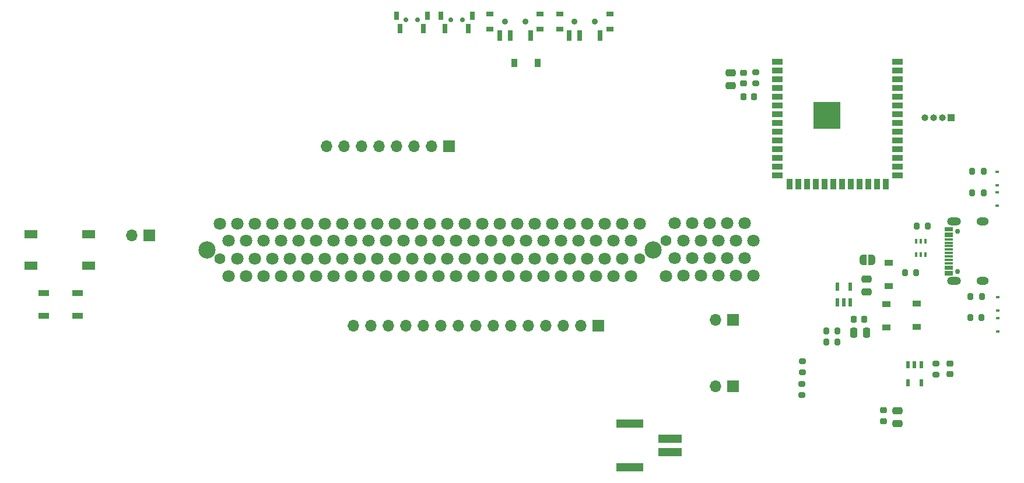
<source format=gbr>
%TF.GenerationSoftware,KiCad,Pcbnew,8.0.8*%
%TF.CreationDate,2025-04-06T01:52:48-03:00*%
%TF.ProjectId,nsec-badge-2025-baseboard,6e736563-2d62-4616-9467-652d32303235,rev?*%
%TF.SameCoordinates,Original*%
%TF.FileFunction,Soldermask,Top*%
%TF.FilePolarity,Negative*%
%FSLAX46Y46*%
G04 Gerber Fmt 4.6, Leading zero omitted, Abs format (unit mm)*
G04 Created by KiCad (PCBNEW 8.0.8) date 2025-04-06 01:52:48*
%MOMM*%
%LPD*%
G01*
G04 APERTURE LIST*
G04 Aperture macros list*
%AMRoundRect*
0 Rectangle with rounded corners*
0 $1 Rounding radius*
0 $2 $3 $4 $5 $6 $7 $8 $9 X,Y pos of 4 corners*
0 Add a 4 corners polygon primitive as box body*
4,1,4,$2,$3,$4,$5,$6,$7,$8,$9,$2,$3,0*
0 Add four circle primitives for the rounded corners*
1,1,$1+$1,$2,$3*
1,1,$1+$1,$4,$5*
1,1,$1+$1,$6,$7*
1,1,$1+$1,$8,$9*
0 Add four rect primitives between the rounded corners*
20,1,$1+$1,$2,$3,$4,$5,0*
20,1,$1+$1,$4,$5,$6,$7,0*
20,1,$1+$1,$6,$7,$8,$9,0*
20,1,$1+$1,$8,$9,$2,$3,0*%
%AMFreePoly0*
4,1,19,0.500000,-0.750000,0.000000,-0.750000,0.000000,-0.744911,-0.071157,-0.744911,-0.207708,-0.704816,-0.327430,-0.627875,-0.420627,-0.520320,-0.479746,-0.390866,-0.500000,-0.250000,-0.500000,0.250000,-0.479746,0.390866,-0.420627,0.520320,-0.327430,0.627875,-0.207708,0.704816,-0.071157,0.744911,0.000000,0.744911,0.000000,0.750000,0.500000,0.750000,0.500000,-0.750000,0.500000,-0.750000,
$1*%
%AMFreePoly1*
4,1,19,0.000000,0.744911,0.071157,0.744911,0.207708,0.704816,0.327430,0.627875,0.420627,0.520320,0.479746,0.390866,0.500000,0.250000,0.500000,-0.250000,0.479746,-0.390866,0.420627,-0.520320,0.327430,-0.627875,0.207708,-0.704816,0.071157,-0.744911,0.000000,-0.744911,0.000000,-0.750000,-0.500000,-0.750000,-0.500000,0.750000,0.000000,0.750000,0.000000,0.744911,0.000000,0.744911,
$1*%
G04 Aperture macros list end*
%ADD10R,0.622301X1.104902*%
%ADD11RoundRect,0.225000X-0.250000X0.225000X-0.250000X-0.225000X0.250000X-0.225000X0.250000X0.225000X0*%
%ADD12RoundRect,0.200000X0.200000X0.275000X-0.200000X0.275000X-0.200000X-0.275000X0.200000X-0.275000X0*%
%ADD13RoundRect,0.090000X-0.660000X-0.360000X0.660000X-0.360000X0.660000X0.360000X-0.660000X0.360000X0*%
%ADD14RoundRect,0.200000X-0.275000X0.200000X-0.275000X-0.200000X0.275000X-0.200000X0.275000X0.200000X0*%
%ADD15RoundRect,0.225000X-0.225000X-0.250000X0.225000X-0.250000X0.225000X0.250000X-0.225000X0.250000X0*%
%ADD16R,0.600000X0.400000*%
%ADD17R,1.700000X1.700000*%
%ADD18O,1.700000X1.700000*%
%ADD19RoundRect,0.225000X0.225000X0.250000X-0.225000X0.250000X-0.225000X-0.250000X0.225000X-0.250000X0*%
%ADD20RoundRect,0.200000X0.275000X-0.200000X0.275000X0.200000X-0.275000X0.200000X-0.275000X-0.200000X0*%
%ADD21R,1.900000X1.300000*%
%ADD22FreePoly0,0.000000*%
%ADD23FreePoly1,0.000000*%
%ADD24RoundRect,0.250000X-0.250000X-0.475000X0.250000X-0.475000X0.250000X0.475000X-0.250000X0.475000X0*%
%ADD25C,1.800000*%
%ADD26C,1.600000*%
%ADD27C,2.500025*%
%ADD28R,0.489992X1.156998*%
%ADD29R,0.489992X1.175006*%
%ADD30RoundRect,0.200000X-0.200000X-0.275000X0.200000X-0.275000X0.200000X0.275000X-0.200000X0.275000X0*%
%ADD31R,1.150013X0.950013*%
%ADD32R,1.300000X0.300000*%
%ADD33O,1.800000X1.200000*%
%ADD34O,2.000000X1.200000*%
%ADD35C,0.750013*%
%ADD36R,0.350013X0.780010*%
%ADD37RoundRect,0.250000X-0.475000X0.250000X-0.475000X-0.250000X0.475000X-0.250000X0.475000X0.250000X0*%
%ADD38R,0.800000X1.200000*%
%ADD39R,0.800000X1.400000*%
%ADD40C,0.700025*%
%ADD41O,1.000000X1.000000*%
%ADD42R,1.000000X1.000000*%
%ADD43R,3.500000X1.200000*%
%ADD44R,4.000000X1.200000*%
%ADD45R,3.900000X3.900000*%
%ADD46R,1.500000X0.900000*%
%ADD47R,0.900000X1.500000*%
%ADD48C,0.900025*%
%ADD49R,0.700000X1.500000*%
%ADD50R,1.000000X0.800000*%
%ADD51R,0.950013X1.150013*%
G04 APERTURE END LIST*
D10*
%TO.C,U2*%
X211349733Y-97699975D03*
X209450318Y-97699975D03*
X209450318Y-95100025D03*
X210400533Y-95100025D03*
X211349733Y-95100025D03*
%TD*%
D11*
%TO.C,C1*%
X215500000Y-96475000D03*
X215500000Y-94925000D03*
%TD*%
D12*
%TO.C,R4*%
X212325000Y-74900000D03*
X210675000Y-74900000D03*
%TD*%
D13*
%TO.C,D4*%
X83950000Y-84700000D03*
X83950000Y-88000000D03*
X88850000Y-88000000D03*
X88850000Y-84700000D03*
%TD*%
D12*
%TO.C,R5*%
X210625000Y-81700000D03*
X208975000Y-81700000D03*
%TD*%
D14*
%TO.C,R6*%
X187300000Y-52575000D03*
X187300000Y-54225000D03*
%TD*%
D15*
%TO.C,C9*%
X201525000Y-88500000D03*
X203075000Y-88500000D03*
%TD*%
D16*
%TO.C,LED2*%
X222400000Y-71975235D03*
X222400000Y-70024765D03*
%TD*%
D17*
%TO.C,J1*%
X164450000Y-89400000D03*
D18*
X161910000Y-89400000D03*
X159370000Y-89400000D03*
X156830000Y-89400000D03*
X154290000Y-89400000D03*
X151750000Y-89400000D03*
X149210000Y-89400000D03*
X146670000Y-89400000D03*
X144130000Y-89400000D03*
X141590000Y-89400000D03*
X139050000Y-89400000D03*
X136510000Y-89400000D03*
X133970000Y-89400000D03*
X131430000Y-89400000D03*
X128890000Y-89400000D03*
%TD*%
D19*
%TO.C,C6*%
X187075000Y-56100000D03*
X185525000Y-56100000D03*
%TD*%
D20*
%TO.C,R11*%
X194100000Y-96225000D03*
X194100000Y-94575000D03*
%TD*%
D21*
%TO.C,U9*%
X82100102Y-76150064D03*
X90499898Y-76150064D03*
X82100102Y-80649936D03*
X90499898Y-80649936D03*
%TD*%
D16*
%TO.C,LED1*%
X222400000Y-67024765D03*
X222400000Y-68975235D03*
%TD*%
D22*
%TO.C,JP1*%
X202900000Y-79850000D03*
D23*
X204200000Y-79850000D03*
%TD*%
D17*
%TO.C,J4*%
X184000000Y-88550000D03*
D18*
X181460000Y-88550000D03*
%TD*%
D12*
%TO.C,R3*%
X220425000Y-70100000D03*
X218775000Y-70100000D03*
%TD*%
D16*
%TO.C,LED4*%
X222500000Y-85224765D03*
X222500000Y-87175235D03*
%TD*%
D24*
%TO.C,C8*%
X201550000Y-90400000D03*
X203450000Y-90400000D03*
%TD*%
D25*
%TO.C,J5*%
X187000000Y-82135002D03*
X185729998Y-79594997D03*
X184459995Y-82135002D03*
X183189993Y-79594997D03*
X181919990Y-82135002D03*
X180649988Y-79594997D03*
X179379985Y-82135002D03*
X178109983Y-79594997D03*
X176839980Y-82135002D03*
X175569978Y-79594997D03*
X174299975Y-82174880D03*
D26*
X170489967Y-79634875D03*
D25*
X169219965Y-82174880D03*
X167949962Y-79634875D03*
X166679960Y-82174880D03*
X165409957Y-79634875D03*
X164139955Y-82174880D03*
X162869952Y-79634875D03*
X161599950Y-82174880D03*
X160329947Y-79634875D03*
X159059945Y-82174880D03*
X157789942Y-79634875D03*
X156519940Y-82174880D03*
X155249937Y-79634875D03*
X153979934Y-82174880D03*
X152709932Y-79634875D03*
X151439929Y-82174880D03*
X150169927Y-79634875D03*
X148899924Y-82174880D03*
X147629922Y-79634875D03*
X146359919Y-82174880D03*
X145089917Y-79634875D03*
X143819914Y-82174880D03*
X142549912Y-79634875D03*
X141279909Y-82174880D03*
X140009906Y-79634875D03*
X138739904Y-82174880D03*
X137469901Y-79634875D03*
X136199899Y-82174880D03*
X134929896Y-79634875D03*
X133659894Y-82174880D03*
X132389891Y-79634875D03*
X131119889Y-82174880D03*
X129849886Y-79634875D03*
X128579884Y-82174880D03*
X127309881Y-79634875D03*
X126039879Y-82174880D03*
X124769876Y-79634875D03*
X123499873Y-82174880D03*
X122229871Y-79634875D03*
X120959868Y-82174880D03*
X119689866Y-79634875D03*
X118419863Y-82174880D03*
X117149861Y-79634875D03*
X115879858Y-82174880D03*
X114609856Y-79634875D03*
X113339853Y-82174880D03*
X112069851Y-79634875D03*
X110799848Y-82174880D03*
D26*
X109529846Y-79634875D03*
D25*
X187000000Y-77054991D03*
X185729998Y-74514986D03*
X184459995Y-77054991D03*
X183189993Y-74514986D03*
X181919990Y-77054991D03*
X180649988Y-74514986D03*
X179379985Y-77054991D03*
X178109983Y-74514986D03*
X176839980Y-77054991D03*
X175569978Y-74514986D03*
D26*
X174299975Y-77054991D03*
D25*
X170489967Y-74554864D03*
X169219965Y-77054991D03*
X167949962Y-74554864D03*
X166679960Y-77054991D03*
X165409957Y-74554864D03*
X164139955Y-77054991D03*
X162869952Y-74554864D03*
X161599950Y-77054991D03*
X160329947Y-74554864D03*
X159059945Y-77054991D03*
X157789942Y-74554864D03*
X156519940Y-77054991D03*
X155249937Y-74554864D03*
X153979934Y-77054991D03*
X152709932Y-74554864D03*
X151439929Y-77054991D03*
X150169927Y-74554864D03*
X148899924Y-77054991D03*
X147629922Y-74554864D03*
X146359919Y-77054991D03*
X145089917Y-74554864D03*
X143819914Y-77054991D03*
X142549912Y-74554864D03*
X141279909Y-77054991D03*
X140009906Y-74554864D03*
X138739904Y-77054991D03*
X137469901Y-74554864D03*
X136199899Y-77054991D03*
X134929896Y-74554864D03*
X133659894Y-77054991D03*
X132389891Y-74554864D03*
X131119889Y-77054991D03*
X129849886Y-74554864D03*
X128579884Y-77054991D03*
X127309881Y-74554864D03*
X126039879Y-77054991D03*
X124769876Y-74554864D03*
X123499873Y-77054991D03*
X122229871Y-74554864D03*
X120959868Y-77054991D03*
X119689866Y-74554864D03*
X118419863Y-77054991D03*
X117149861Y-74554864D03*
X115879858Y-77054991D03*
X114609856Y-74554864D03*
X113339853Y-77054991D03*
X112069851Y-74554864D03*
X110799848Y-77054991D03*
X109529846Y-74554864D03*
D27*
X107624842Y-78364872D03*
X172394971Y-78364872D03*
%TD*%
D28*
%TO.C,U8*%
X199150038Y-86053670D03*
X200100000Y-86053670D03*
X201049962Y-86053670D03*
D29*
X201049962Y-83746330D03*
X199150038Y-83746330D03*
%TD*%
D30*
%TO.C,R7*%
X197575000Y-90200000D03*
X199225000Y-90200000D03*
%TD*%
D12*
%TO.C,R1*%
X220425000Y-67000000D03*
X218775000Y-67000000D03*
%TD*%
D14*
%TO.C,R2*%
X213500000Y-96525000D03*
X213500000Y-94875000D03*
%TD*%
D11*
%TO.C,C3*%
X205900000Y-103275000D03*
X205900000Y-101725000D03*
%TD*%
D20*
%TO.C,R10*%
X194050000Y-99525000D03*
X194050000Y-97875000D03*
%TD*%
D12*
%TO.C,R12*%
X220175000Y-85200000D03*
X218525000Y-85200000D03*
%TD*%
D17*
%TO.C,J2*%
X142799965Y-63300000D03*
D18*
X140259965Y-63300000D03*
X137719965Y-63300000D03*
X135179965Y-63300000D03*
X132639965Y-63300000D03*
X130099965Y-63300000D03*
X127559965Y-63300000D03*
X125019965Y-63300000D03*
%TD*%
D31*
%TO.C,D5*%
X206650000Y-80257595D03*
X206650000Y-83642405D03*
%TD*%
D17*
%TO.C,J6*%
X99250000Y-76250000D03*
D18*
X96710000Y-76250000D03*
%TD*%
D12*
%TO.C,R9*%
X220125000Y-88200000D03*
X218475000Y-88200000D03*
%TD*%
D32*
%TO.C,U3*%
X215325857Y-81650038D03*
X215325857Y-80849936D03*
X215325857Y-80350064D03*
X215325857Y-79350064D03*
X215325857Y-77849936D03*
X215325857Y-76849936D03*
X215325857Y-76350000D03*
X215325857Y-75549962D03*
X215325857Y-75249987D03*
X215325857Y-76050000D03*
X215325857Y-77350318D03*
X215325857Y-78350064D03*
X215325857Y-78849936D03*
X215325857Y-79849936D03*
X215325857Y-81149911D03*
X215325857Y-81950013D03*
D33*
X220274041Y-82925121D03*
X220274041Y-74274879D03*
D34*
X216094209Y-74274879D03*
X216094209Y-82925121D03*
D35*
X216594336Y-75700076D03*
X216594336Y-81499924D03*
%TD*%
D36*
%TO.C,U4*%
X210650013Y-79089992D03*
X211300000Y-79089992D03*
X211949987Y-79089992D03*
X211949987Y-77110008D03*
X211300000Y-77110008D03*
X210650013Y-77110008D03*
%TD*%
D17*
%TO.C,J3*%
X184000000Y-98225000D03*
D18*
X181460000Y-98225000D03*
%TD*%
D31*
%TO.C,D2*%
X210700000Y-89592405D03*
X210700000Y-86207595D03*
%TD*%
%TO.C,D1*%
X206300000Y-89692405D03*
X206300000Y-86307595D03*
%TD*%
D37*
%TO.C,C4*%
X183700000Y-52650000D03*
X183700000Y-54550000D03*
%TD*%
%TO.C,C7*%
X203400000Y-82600000D03*
X203400000Y-84500000D03*
%TD*%
D12*
%TO.C,R8*%
X199225000Y-91800000D03*
X197575000Y-91800000D03*
%TD*%
D38*
%TO.C,U6*%
X146149936Y-44364999D03*
X141650064Y-44364999D03*
D39*
X145575133Y-46199899D03*
X142225121Y-46199899D03*
D40*
X144750140Y-45000000D03*
X143050114Y-45000000D03*
%TD*%
D37*
%TO.C,C2*%
X207900000Y-103650000D03*
X207900000Y-101750000D03*
%TD*%
D41*
%TO.C,J7*%
X211890000Y-59200000D03*
X213160000Y-59200000D03*
X214430000Y-59200000D03*
D42*
X215700000Y-59200000D03*
%TD*%
D11*
%TO.C,C5*%
X185600000Y-52625000D03*
X185600000Y-54175000D03*
%TD*%
D38*
%TO.C,U5*%
X139649936Y-44364999D03*
X135150064Y-44364999D03*
D39*
X139075133Y-46199899D03*
X135725121Y-46199899D03*
D40*
X138250140Y-45000000D03*
X136550114Y-45000000D03*
%TD*%
D16*
%TO.C,LED3*%
X222484851Y-88324765D03*
X222484851Y-90275235D03*
%TD*%
D43*
%TO.C,U7*%
X174925070Y-105800000D03*
X174925070Y-107800000D03*
D44*
X169074930Y-109999898D03*
X169075184Y-103600102D03*
%TD*%
D45*
%TO.C,U1*%
X197700000Y-58810000D03*
D46*
X207950000Y-51090000D03*
X207950000Y-52360000D03*
X207950000Y-53630000D03*
X207950000Y-54900000D03*
X207950000Y-56170000D03*
X207950000Y-57440000D03*
X207950000Y-58710000D03*
X207950000Y-59980000D03*
X207950000Y-61250000D03*
X207950000Y-62520000D03*
X207950000Y-63790000D03*
X207950000Y-65060000D03*
X207950000Y-66330000D03*
X207950000Y-67600000D03*
D47*
X206185000Y-68850000D03*
X204915000Y-68850000D03*
X203645000Y-68850000D03*
X202375000Y-68850000D03*
X201105000Y-68850000D03*
X199835000Y-68850000D03*
X198565000Y-68850000D03*
X197295000Y-68850000D03*
X196025000Y-68850000D03*
X194755000Y-68850000D03*
X193485000Y-68850000D03*
X192215000Y-68850000D03*
D46*
X190450000Y-67600000D03*
X190450000Y-66330000D03*
X190450000Y-65060000D03*
X190450000Y-63790000D03*
X190450000Y-62520000D03*
X190450000Y-61250000D03*
X190450000Y-59980000D03*
X190450000Y-58710000D03*
X190450000Y-57440000D03*
X190450000Y-56170000D03*
X190450000Y-54900000D03*
X190450000Y-53630000D03*
X190450000Y-52360000D03*
X190450000Y-51090000D03*
%TD*%
D48*
%TO.C,KEY1*%
X163999873Y-45250038D03*
X160999873Y-45250038D03*
D49*
X164749936Y-47250038D03*
X161749936Y-47250038D03*
X160250064Y-47250038D03*
D50*
X166149987Y-46350114D03*
X158850013Y-46350114D03*
X158850013Y-44149962D03*
X166149987Y-44149962D03*
%TD*%
D51*
%TO.C,D3*%
X152307595Y-51200000D03*
X155692405Y-51200000D03*
%TD*%
D48*
%TO.C,KEY2*%
X153899873Y-45250038D03*
X150899873Y-45250038D03*
D49*
X154649936Y-47250038D03*
X151649936Y-47250038D03*
X150150064Y-47250038D03*
D50*
X156049987Y-46350114D03*
X148750013Y-46350114D03*
X148750013Y-44149962D03*
X156049987Y-44149962D03*
%TD*%
M02*

</source>
